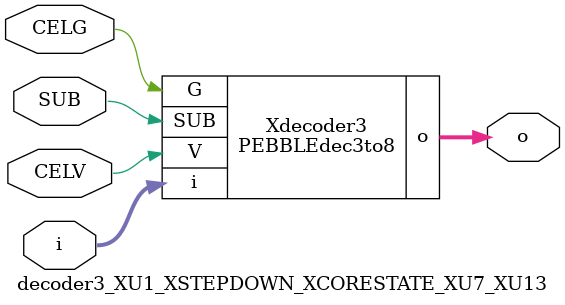
<source format=v>



module PEBBLEdec3to8 ( o, G, V, i, SUB );

  input V;
  input  [2:0] i;
  input G;
  output  [7:0] o;
  input SUB;
endmodule

//Celera Confidential Do Not Copy decoder3_XU1_XSTEPDOWN_XCORESTATE_XU7_XU13
//Celera Confidential Symbol Generator
//DECODER
module decoder3_XU1_XSTEPDOWN_XCORESTATE_XU7_XU13 (CELV,i,o,
CELG,SUB);
input CELV;
input [2:0] i;
output [7:0] o;
input CELG;
input SUB;

//Celera Confidential Do Not Copy Pin i
wire[2:0] i;

//Celera Confidential Do Not Copy Pin o
wire[7:0] o;

//Celera Confidential Do Not Copy PEBBLEdec3to8
PEBBLEdec3to8 Xdecoder3(
.V (CELV),
.i (i[2:0]),
.o (o[7:0]),
.SUB (SUB),
.G (CELG)
);
//,diesize,PEBBLEdec3to8

//Celera Confidential Do Not Copy Module End
//Celera Schematic Generator
endmodule

</source>
